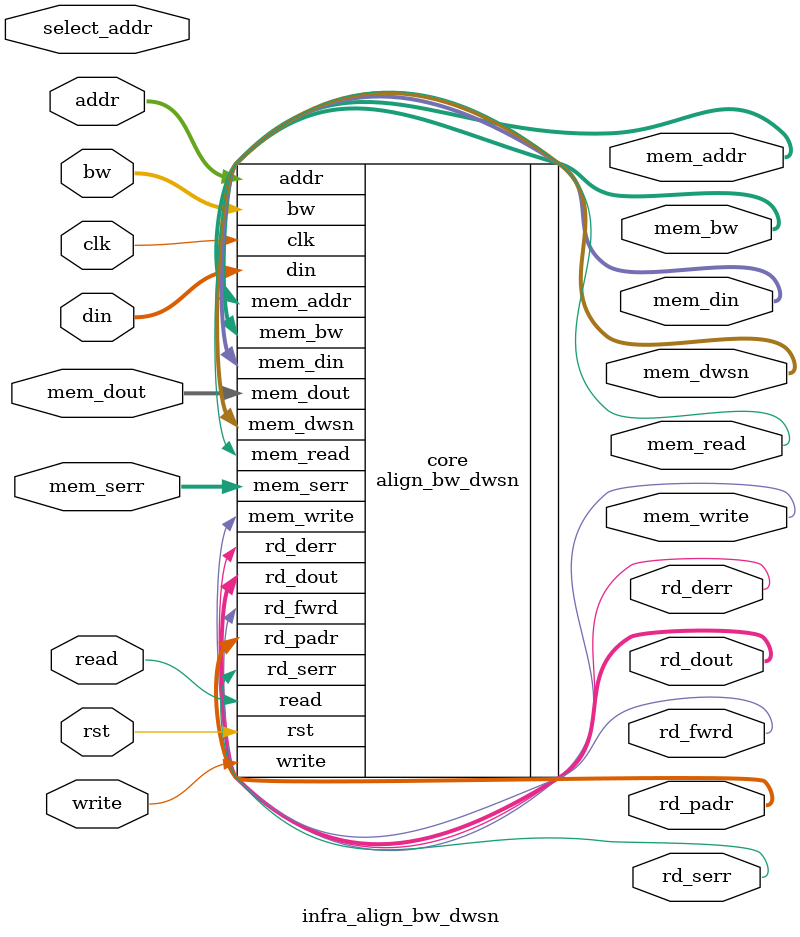
<source format=v>
module infra_align_bw_dwsn (read, write, addr, bw, din, rd_dout, rd_fwrd, rd_serr, rd_derr, rd_padr,
	                    mem_read, mem_write, mem_addr, mem_bw, mem_dwsn, mem_din, mem_dout, mem_serr,
		            clk, rst,
		            select_addr);

  parameter WIDTH = 32;
  parameter NUMADDR = 1024;
  parameter BITADDR = 10;
  parameter NUMWRDS = 4;
  parameter BITWRDS = 2;
  parameter NUMSROW = 256;
  parameter BITSROW = 8;
  parameter BITPADR = 10;
  parameter NUMDWS0 = 72;
  parameter NUMDWS1 = 72;
  parameter NUMDWS2 = 72;
  parameter NUMDWS3 = 72;
  parameter NUMDWS4 = 72;
  parameter NUMDWS5 = 72;
  parameter NUMDWS6 = 72;
  parameter NUMDWS7 = 72;
  parameter NUMDWS8 = 72;
  parameter NUMDWS9 = 72;
  parameter NUMDWS10 = 72;
  parameter NUMDWS11 = 72;
  parameter NUMDWS12 = 72;
  parameter NUMDWS13 = 72;
  parameter NUMDWS14 = 72;
  parameter NUMDWS15 = 72;
  parameter BITDWSN = 4;
  parameter SRAM_DELAY = 2;
  parameter FLOPGEN = 0;
  parameter FLOPCMD = 0;
  parameter FLOPMEM = 0;
  parameter FLOPOUT = 0;
  parameter RSTZERO = 0;

  input read;
  input write;
  input [BITADDR-1:0] addr;
  input [WIDTH-1:0] bw;
  input [WIDTH-1:0] din;
  output [WIDTH-1:0] rd_dout;
  output             rd_fwrd;
  output             rd_serr;
  output             rd_derr;
  output [BITPADR-1:0] rd_padr;

  output mem_read;
  output mem_write;
  output [BITSROW-1:0] mem_addr;
  output [NUMWRDS*WIDTH-1:0] mem_bw;
  output [BITDWSN-1:0] mem_dwsn;
  output [NUMWRDS*WIDTH-1:0] mem_din;
  input [NUMWRDS*WIDTH-1:0] mem_dout;
  input [NUMWRDS-1:0] mem_serr;

  input clk;
  input rst;

  input [BITADDR-1:0] select_addr;

  align_bw_dwsn #(.WIDTH (WIDTH), .NUMADDR (NUMADDR), .BITADDR (BITADDR),
                  .NUMWRDS (NUMWRDS), .BITWRDS (BITWRDS), .NUMSROW (NUMSROW), .BITSROW (BITSROW), .BITPADR (BITPADR),
                  .NUMDWS0 (NUMDWS0), .NUMDWS1 (NUMDWS1), .NUMDWS2 (NUMDWS2), .NUMDWS3 (NUMDWS3),
                  .NUMDWS4 (NUMDWS4), .NUMDWS5 (NUMDWS5), .NUMDWS6 (NUMDWS6), .NUMDWS7 (NUMDWS7), 
 	          .NUMDWS8 (NUMDWS8), .NUMDWS9 (NUMDWS9), .NUMDWS10 (NUMDWS10), .NUMDWS11 (NUMDWS11),
                  .NUMDWS12 (NUMDWS12), .NUMDWS13 (NUMDWS13), .NUMDWS14 (NUMDWS14), .NUMDWS15 (NUMDWS15),
                  .BITDWSN (BITDWSN), .SRAM_DELAY (SRAM_DELAY), .FLOPGEN (FLOPGEN), .FLOPCMD (FLOPCMD), .FLOPMEM (FLOPMEM), .FLOPOUT (FLOPOUT))
    core (.read (read), .write (write), .addr (addr), .bw (bw), .din (din),
          .rd_dout (rd_dout), .rd_fwrd (rd_fwrd), .rd_serr (rd_serr), .rd_derr (rd_derr), .rd_padr (rd_padr),
          .mem_read (mem_read), .mem_write (mem_write), .mem_addr (mem_addr),
          .mem_bw (mem_bw), .mem_dwsn (mem_dwsn), .mem_din (mem_din), .mem_dout (mem_dout), .mem_serr (mem_serr),
          .clk (clk), .rst (rst));

`ifdef FORMAL
assume_select_addr_range: assume property (@(posedge clk) disable iff (rst) (select_addr < NUMADDR));
assume_select_addr_stable: assume property (@(posedge clk) disable iff (rst) $stable(select_addr));

ip_top_sva_align_bw_dwsn #(
     .WIDTH       (WIDTH),
     .NUMADDR     (NUMADDR),
     .BITADDR     (BITADDR),
     .NUMWRDS     (NUMWRDS),
     .BITWRDS     (BITWRDS),
     .NUMSROW     (NUMSROW),
     .BITSROW     (BITSROW),
     .SRAM_DELAY  (SRAM_DELAY),
     .FLOPGEN     (FLOPGEN),
     .FLOPCMD     (FLOPCMD),
     .FLOPMEM     (FLOPMEM),
     .FLOPOUT     (FLOPOUT),
     .RSTZERO     (RSTZERO))
ip_top_sva (.*);

ip_top_sva_2_align_bw_dwsn #(
     .NUMADDR     (NUMADDR),
     .BITADDR     (BITADDR),
     .NUMSROW     (NUMSROW),
     .BITSROW     (BITSROW))
ip_top_sva_2 (.*);

`elsif SIM_SVA

genvar sva_int;
// generate for (sva_int=0; sva_int<WIDTH; sva_int=sva_int+1) begin
generate for (sva_int=0; sva_int<1; sva_int=sva_int+1) begin: sva_loop
  wire [BITADDR-1:0] help_addr = sva_int;
ip_top_sva_align_bw_dwsn #(
     .WIDTH       (WIDTH),
     .NUMADDR     (NUMADDR),
     .BITADDR     (BITADDR),
     .NUMWRDS     (NUMWRDS),
     .BITWRDS     (BITWRDS),
     .NUMSROW     (NUMSROW),
     .BITSROW     (BITSROW),
     .SRAM_DELAY  (SRAM_DELAY),
     .FLOPGEN     (FLOPGEN),
     .FLOPCMD     (FLOPCMD),
     .FLOPMEM     (FLOPMEM),
     .FLOPOUT     (FLOPOUT),
     .RSTZERO     (RSTZERO))
ip_top_sva (.select_addr(help_addr), .*);
end
endgenerate

ip_top_sva_2_align_bw_dwsn #(
     .NUMADDR     (NUMADDR),
     .BITADDR     (BITADDR),
     .NUMSROW     (NUMSROW),
     .BITSROW     (BITSROW))
ip_top_sva_2 (.*);

`endif

endmodule

</source>
